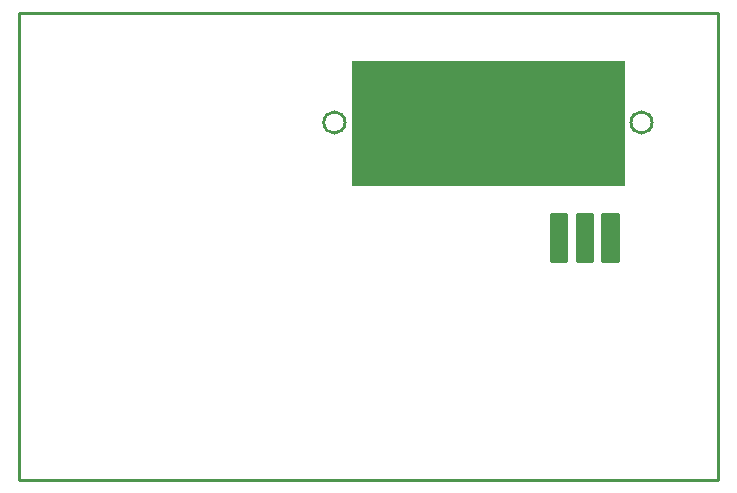
<source format=gbr>
G04 #@! TF.GenerationSoftware,KiCad,Pcbnew,(6.0.0)*
G04 #@! TF.CreationDate,2023-04-26T16:34:12+03:00*
G04 #@! TF.ProjectId,AccLoad,4163634c-6f61-4642-9e6b-696361645f70,rev?*
G04 #@! TF.SameCoordinates,Original*
G04 #@! TF.FileFunction,Paste,Bot*
G04 #@! TF.FilePolarity,Positive*
%FSLAX46Y46*%
G04 Gerber Fmt 4.6, Leading zero omitted, Abs format (unit mm)*
G04 Created by KiCad (PCBNEW (6.0.0)) date 2023-04-26 16:34:12*
%MOMM*%
%LPD*%
G01*
G04 APERTURE LIST*
%ADD10C,0.250000*%
G04 #@! TA.AperFunction,Profile*
%ADD11C,0.250000*%
G04 #@! TD*
G04 #@! TA.AperFunction,Profile*
%ADD12C,0.100000*%
G04 #@! TD*
G04 APERTURE END LIST*
D10*
X151957889Y-84944795D02*
X153257889Y-84944795D01*
X153257889Y-84944795D02*
X153257889Y-88944795D01*
X153257889Y-88944795D02*
X151957889Y-88944795D01*
X151957889Y-88944795D02*
X151957889Y-84944795D01*
G36*
X153257889Y-88944795D02*
G01*
X151957889Y-88944795D01*
X151957889Y-84944795D01*
X153257889Y-84944795D01*
X153257889Y-88944795D01*
G37*
X153257889Y-88944795D02*
X151957889Y-88944795D01*
X151957889Y-84944795D01*
X153257889Y-84944795D01*
X153257889Y-88944795D01*
X154156746Y-84942102D02*
X155456746Y-84942102D01*
X155456746Y-84942102D02*
X155456746Y-88942102D01*
X155456746Y-88942102D02*
X154156746Y-88942102D01*
X154156746Y-88942102D02*
X154156746Y-84942102D01*
G36*
X155456746Y-88942102D02*
G01*
X154156746Y-88942102D01*
X154156746Y-84942102D01*
X155456746Y-84942102D01*
X155456746Y-88942102D01*
G37*
X155456746Y-88942102D02*
X154156746Y-88942102D01*
X154156746Y-84942102D01*
X155456746Y-84942102D01*
X155456746Y-88942102D01*
X149754385Y-84941011D02*
X151054385Y-84941011D01*
X151054385Y-84941011D02*
X151054385Y-88941011D01*
X151054385Y-88941011D02*
X149754385Y-88941011D01*
X149754385Y-88941011D02*
X149754385Y-84941011D01*
G36*
X151054385Y-88941011D02*
G01*
X149754385Y-88941011D01*
X149754385Y-84941011D01*
X151054385Y-84941011D01*
X151054385Y-88941011D01*
G37*
X151054385Y-88941011D02*
X149754385Y-88941011D01*
X149754385Y-84941011D01*
X151054385Y-84941011D01*
X151054385Y-88941011D01*
D11*
X163957000Y-107442000D02*
X163957000Y-67942000D01*
X158357000Y-77192000D02*
G75*
G03*
X158357000Y-77192000I-900000J0D01*
G01*
X163957000Y-67942000D02*
X104757000Y-67942000D01*
X132357000Y-77192000D02*
G75*
G03*
X132357000Y-77192000I-900000J0D01*
G01*
X104757000Y-67942000D02*
X104757000Y-107442000D01*
X104757000Y-107442000D02*
X163957000Y-107442000D01*
D12*
X132958601Y-71943907D02*
X155955736Y-71943907D01*
X155955736Y-71943907D02*
X155955736Y-82447233D01*
X155955736Y-82447233D02*
X132958601Y-82447233D01*
X132958601Y-82447233D02*
X132958601Y-71943907D01*
G36*
X132958601Y-71943907D02*
G01*
X155955736Y-71943907D01*
X155955736Y-82447233D01*
X132958601Y-82447233D01*
X132958601Y-71943907D01*
G37*
M02*

</source>
